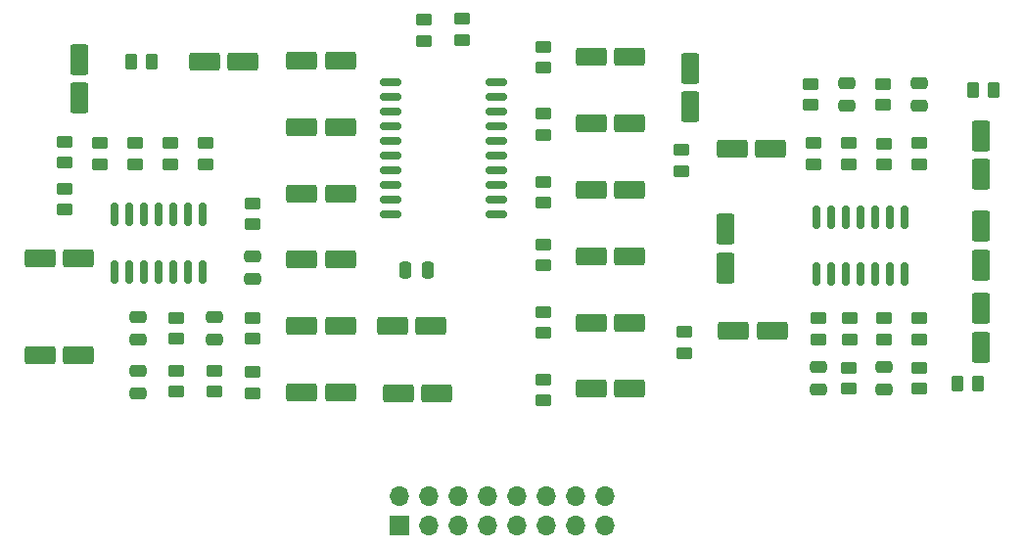
<source format=gts>
G04 #@! TF.GenerationSoftware,KiCad,Pcbnew,7.0.1-0*
G04 #@! TF.CreationDate,2023-12-28T14:24:05+01:00*
G04 #@! TF.ProjectId,parallel_trail,70617261-6c6c-4656-9c5f-747261696c2e,rev?*
G04 #@! TF.SameCoordinates,Original*
G04 #@! TF.FileFunction,Soldermask,Top*
G04 #@! TF.FilePolarity,Negative*
%FSLAX46Y46*%
G04 Gerber Fmt 4.6, Leading zero omitted, Abs format (unit mm)*
G04 Created by KiCad (PCBNEW 7.0.1-0) date 2023-12-28 14:24:05*
%MOMM*%
%LPD*%
G01*
G04 APERTURE LIST*
G04 Aperture macros list*
%AMRoundRect*
0 Rectangle with rounded corners*
0 $1 Rounding radius*
0 $2 $3 $4 $5 $6 $7 $8 $9 X,Y pos of 4 corners*
0 Add a 4 corners polygon primitive as box body*
4,1,4,$2,$3,$4,$5,$6,$7,$8,$9,$2,$3,0*
0 Add four circle primitives for the rounded corners*
1,1,$1+$1,$2,$3*
1,1,$1+$1,$4,$5*
1,1,$1+$1,$6,$7*
1,1,$1+$1,$8,$9*
0 Add four rect primitives between the rounded corners*
20,1,$1+$1,$2,$3,$4,$5,0*
20,1,$1+$1,$4,$5,$6,$7,0*
20,1,$1+$1,$6,$7,$8,$9,0*
20,1,$1+$1,$8,$9,$2,$3,0*%
G04 Aperture macros list end*
%ADD10R,1.700000X1.700000*%
%ADD11O,1.700000X1.700000*%
%ADD12RoundRect,0.150000X-0.800000X-0.150000X0.800000X-0.150000X0.800000X0.150000X-0.800000X0.150000X0*%
%ADD13RoundRect,0.150000X-0.150000X0.825000X-0.150000X-0.825000X0.150000X-0.825000X0.150000X0.825000X0*%
%ADD14RoundRect,0.150000X0.150000X-0.825000X0.150000X0.825000X-0.150000X0.825000X-0.150000X-0.825000X0*%
%ADD15RoundRect,0.250000X-0.450000X0.262500X-0.450000X-0.262500X0.450000X-0.262500X0.450000X0.262500X0*%
%ADD16RoundRect,0.250000X0.450000X-0.262500X0.450000X0.262500X-0.450000X0.262500X-0.450000X-0.262500X0*%
%ADD17RoundRect,0.250000X0.262500X0.450000X-0.262500X0.450000X-0.262500X-0.450000X0.262500X-0.450000X0*%
%ADD18RoundRect,0.250000X-0.475000X0.250000X-0.475000X-0.250000X0.475000X-0.250000X0.475000X0.250000X0*%
%ADD19RoundRect,0.250000X-1.075000X-0.550000X1.075000X-0.550000X1.075000X0.550000X-1.075000X0.550000X0*%
%ADD20RoundRect,0.250000X1.075000X0.550000X-1.075000X0.550000X-1.075000X-0.550000X1.075000X-0.550000X0*%
%ADD21RoundRect,0.250000X0.475000X-0.250000X0.475000X0.250000X-0.475000X0.250000X-0.475000X-0.250000X0*%
%ADD22RoundRect,0.250000X0.250000X0.475000X-0.250000X0.475000X-0.250000X-0.475000X0.250000X-0.475000X0*%
%ADD23RoundRect,0.250000X-0.550000X1.075000X-0.550000X-1.075000X0.550000X-1.075000X0.550000X1.075000X0*%
%ADD24RoundRect,0.250000X0.550000X-1.075000X0.550000X1.075000X-0.550000X1.075000X-0.550000X-1.075000X0*%
G04 APERTURE END LIST*
D10*
X81280000Y-128778000D03*
D11*
X81280000Y-126238000D03*
X83820000Y-128778000D03*
X83820000Y-126238000D03*
X86360000Y-128778000D03*
X86360000Y-126238000D03*
X88900000Y-128778000D03*
X88900000Y-126238000D03*
X91440000Y-128778000D03*
X91440000Y-126238000D03*
X93980000Y-128778000D03*
X93980000Y-126238000D03*
X96520000Y-128778000D03*
X96520000Y-126238000D03*
X99060000Y-128778000D03*
X99060000Y-126238000D03*
D12*
X80462000Y-90424000D03*
X80462000Y-91694000D03*
X80462000Y-92964000D03*
X80462000Y-94234000D03*
X80462000Y-95504000D03*
X80462000Y-96774000D03*
X80462000Y-98044000D03*
X80462000Y-99314000D03*
X80462000Y-100584000D03*
X80462000Y-101854000D03*
X89662000Y-101854000D03*
X89662000Y-100584000D03*
X89662000Y-99314000D03*
X89662000Y-98044000D03*
X89662000Y-96774000D03*
X89662000Y-95504000D03*
X89662000Y-94234000D03*
X89662000Y-92964000D03*
X89662000Y-91694000D03*
X89662000Y-90424000D03*
D13*
X124968000Y-102108000D03*
X123698000Y-102108000D03*
X122428000Y-102108000D03*
X121158000Y-102108000D03*
X119888000Y-102108000D03*
X118618000Y-102108000D03*
X117348000Y-102108000D03*
X117348000Y-107058000D03*
X118618000Y-107058000D03*
X119888000Y-107058000D03*
X121158000Y-107058000D03*
X122428000Y-107058000D03*
X123698000Y-107058000D03*
X124968000Y-107058000D03*
D14*
X56642000Y-106869000D03*
X57912000Y-106869000D03*
X59182000Y-106869000D03*
X60452000Y-106869000D03*
X61722000Y-106869000D03*
X62992000Y-106869000D03*
X64262000Y-106869000D03*
X64262000Y-101919000D03*
X62992000Y-101919000D03*
X61722000Y-101919000D03*
X60452000Y-101919000D03*
X59182000Y-101919000D03*
X57912000Y-101919000D03*
X56642000Y-101919000D03*
D15*
X93726000Y-99060000D03*
X93726000Y-100885000D03*
X93726000Y-93171000D03*
X93726000Y-94996000D03*
X93726000Y-87376000D03*
X93726000Y-89201000D03*
X93726000Y-116181500D03*
X93726000Y-118006500D03*
X93726000Y-110339500D03*
X93726000Y-112164500D03*
X93726000Y-104497500D03*
X93726000Y-106322500D03*
X61976000Y-115419500D03*
X61976000Y-117244500D03*
D16*
X65278000Y-117244500D03*
X65278000Y-115419500D03*
D15*
X126238000Y-95711000D03*
X126238000Y-97536000D03*
X120201600Y-110899000D03*
X120201600Y-112724000D03*
D16*
X52324000Y-97432500D03*
X52324000Y-95607500D03*
X64516000Y-97536000D03*
X64516000Y-95711000D03*
D15*
X68580000Y-100941500D03*
X68580000Y-102766500D03*
D16*
X68580000Y-112672500D03*
X68580000Y-110847500D03*
D17*
X131307000Y-116534000D03*
X129482000Y-116534000D03*
X132680500Y-91134000D03*
X130855500Y-91134000D03*
D15*
X126238000Y-110899000D03*
X126238000Y-112724000D03*
X117094000Y-95711000D03*
X117094000Y-97536000D03*
D16*
X123190000Y-110899000D03*
X123190000Y-112724000D03*
D15*
X120142000Y-95711000D03*
X120142000Y-97536000D03*
X105606000Y-96317500D03*
X105606000Y-98142500D03*
X105860000Y-112065500D03*
X105860000Y-113890500D03*
D16*
X123190000Y-97583000D03*
X123190000Y-95758000D03*
X117466400Y-112724000D03*
X117466400Y-110899000D03*
D15*
X123105300Y-90613500D03*
X123105300Y-92438500D03*
X120122800Y-115165500D03*
X120122800Y-116990500D03*
D16*
X116840000Y-92438500D03*
X116840000Y-90613500D03*
X126238000Y-115165500D03*
X126238000Y-116990500D03*
D17*
X59840500Y-88646000D03*
X58015500Y-88646000D03*
D15*
X55372000Y-95711000D03*
X55372000Y-97536000D03*
X58420000Y-95711000D03*
X58420000Y-97536000D03*
D16*
X61468000Y-97536000D03*
X61468000Y-95711000D03*
X86644000Y-86793000D03*
X86644000Y-84968000D03*
X83342000Y-86896500D03*
X83342000Y-85071500D03*
X52324000Y-101496500D03*
X52324000Y-99671500D03*
D15*
X61976000Y-110847500D03*
X61976000Y-112672500D03*
X68580000Y-115523000D03*
X68580000Y-117348000D03*
D18*
X58674000Y-115448000D03*
X58674000Y-117348000D03*
D19*
X97835000Y-116991200D03*
X101185000Y-116991200D03*
X97835000Y-111250800D03*
X101185000Y-111250800D03*
D20*
X76142000Y-117296000D03*
X72792000Y-117296000D03*
X76142000Y-111555600D03*
X72792000Y-111555600D03*
D21*
X65278000Y-112710000D03*
X65278000Y-110810000D03*
D19*
X97835000Y-105510400D03*
X101185000Y-105510400D03*
X97835000Y-99770000D03*
X101185000Y-99770000D03*
D20*
X76142000Y-105815200D03*
X72792000Y-105815200D03*
X76142000Y-100074800D03*
X72792000Y-100074800D03*
X76142000Y-94334400D03*
X72792000Y-94334400D03*
X76142000Y-88594000D03*
X72792000Y-88594000D03*
X84479000Y-117348000D03*
X81129000Y-117348000D03*
D19*
X80621000Y-111506000D03*
X83971000Y-111506000D03*
D22*
X83688000Y-106680000D03*
X81788000Y-106680000D03*
D23*
X131572000Y-110033000D03*
X131572000Y-113383000D03*
D24*
X131572000Y-98449000D03*
X131572000Y-95099000D03*
D20*
X113377000Y-96214000D03*
X110027000Y-96214000D03*
X113480000Y-111962000D03*
X110130000Y-111962000D03*
D21*
X126238000Y-92456000D03*
X126238000Y-90556000D03*
D18*
X117475200Y-115128000D03*
X117475200Y-117028000D03*
D24*
X131572000Y-106271000D03*
X131572000Y-102921000D03*
X109474000Y-106525000D03*
X109474000Y-103175000D03*
D21*
X119972700Y-92456000D03*
X119972700Y-90556000D03*
D19*
X97835000Y-94029600D03*
X101185000Y-94029600D03*
D24*
X53594000Y-91845000D03*
X53594000Y-88495000D03*
D19*
X97835000Y-88289200D03*
X101185000Y-88289200D03*
D18*
X123190000Y-115128000D03*
X123190000Y-117028000D03*
D19*
X64365000Y-88646000D03*
X67715000Y-88646000D03*
D23*
X106426000Y-92607000D03*
X106426000Y-89257000D03*
D20*
X53491000Y-105664000D03*
X50141000Y-105664000D03*
X53491000Y-114046000D03*
X50141000Y-114046000D03*
D18*
X58674000Y-110810000D03*
X58674000Y-112710000D03*
X68580000Y-107442000D03*
X68580000Y-105542000D03*
M02*

</source>
